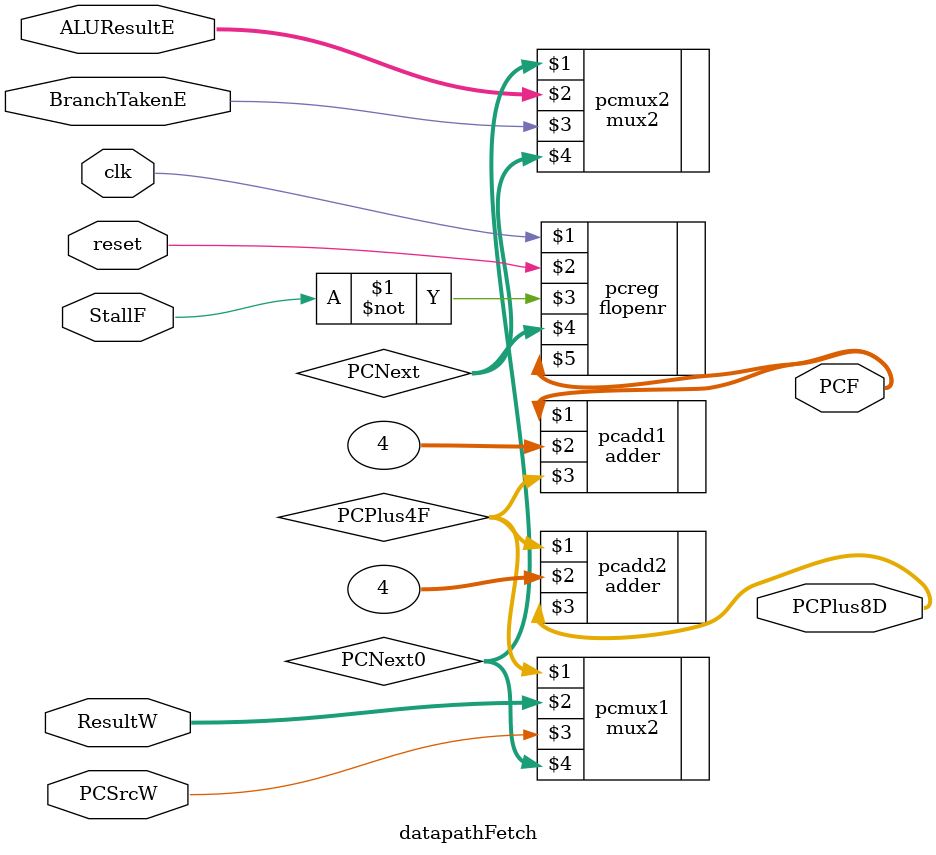
<source format=sv>
`timescale 1ns / 1ps

module datapathFetch(input logic clk, reset, StallF,
                     input logic PCSrcW, // Controller --> Mux
                     input logic BranchTakenE,
                     input logic [31:0] ALUResultE,
                     input logic [31:0] ResultW, // Writeback --> Mux
                     output logic [31:0] PCF,
                     output logic [31:0] PCPlus8D);
    logic [31:0] PCNext0, PCNext, PCPlus4F;
    // calc next PC
    mux2 #(32) pcmux1(PCPlus4F, ResultW, PCSrcW, PCNext0);
    mux2 #(32) pcmux2(PCNext0, ALUResultE, BranchTakenE, PCNext);
    flopenr #(32) pcreg(clk, reset, ~StallF, PCNext, PCF);
    adder #(32) pcadd1(PCF, 32'b100, PCPlus4F);
    adder #(32) pcadd2(PCPlus4F, 32'b100, PCPlus8D);
endmodule
</source>
